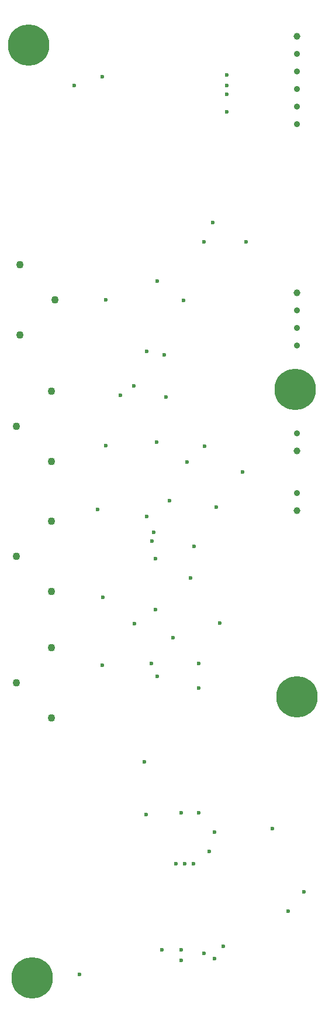
<source format=gbr>
G04 Generated by Ultiboard 14.1 *
%FSLAX34Y34*%
%MOMM*%

%ADD10C,0.0001*%
%ADD11C,0.6000*%
%ADD12C,0.9949*%
%ADD13C,0.8890*%
%ADD14C,1.1006*%
%ADD15C,6.0000*%


G04 ColorRGB 000000 for the following layer *
%LNDrill-Copper Top-Copper Bottom*%
%LPD*%
G54D11*
X386080Y-243840D03*
X386080Y-228600D03*
X419100Y-233680D03*
X434340Y-241300D03*
X518160Y-53340D03*
X335280Y-33020D03*
X386080Y-30480D03*
X332740Y43180D03*
X351555Y166605D03*
X271780Y182880D03*
X342900Y185420D03*
X374415Y222485D03*
X318535Y242805D03*
X349015Y263125D03*
X272815Y280905D03*
X399815Y308845D03*
X349015Y336785D03*
X404895Y354565D03*
X343935Y362185D03*
X346475Y374885D03*
X265195Y407905D03*
X336315Y397745D03*
X436880Y411480D03*
X369335Y420605D03*
X394735Y476485D03*
X474980Y462280D03*
X276860Y500380D03*
X350520Y505460D03*
X420135Y499345D03*
X298215Y573005D03*
X364255Y570465D03*
X317500Y586740D03*
X336315Y636505D03*
X361715Y631425D03*
X276860Y711200D03*
X389655Y710165D03*
X351555Y738105D03*
X441960Y243840D03*
X411480Y149860D03*
X411480Y185420D03*
X419100Y795020D03*
X480060Y795020D03*
X238760Y-264160D03*
X563880Y-144780D03*
X452120Y982980D03*
X231140Y1021080D03*
X452120Y1021080D03*
X452120Y1008380D03*
X271780Y1033780D03*
X452120Y1036320D03*
X411480Y-30480D03*
X358140Y-228600D03*
X447040Y-223520D03*
X541020Y-172720D03*
X378460Y-104140D03*
X391160Y-104140D03*
X403860Y-104140D03*
X431800Y822960D03*
X426720Y-86360D03*
X434340Y-58420D03*
G54D12*
X553720Y406400D03*
X553720Y492760D03*
X553720Y721360D03*
X553720Y1092200D03*
G54D13*
X553720Y431800D03*
X553720Y518160D03*
X553720Y670560D03*
X553720Y695960D03*
X553720Y645160D03*
X553720Y1066800D03*
X553720Y1041400D03*
X553720Y990600D03*
X553720Y1016000D03*
X553720Y965200D03*
G54D14*
X203200Y711200D03*
X152400Y762000D03*
X152400Y660400D03*
X147320Y528320D03*
X198120Y477520D03*
X198120Y579120D03*
X147320Y340360D03*
X198120Y289560D03*
X198120Y391160D03*
X147320Y157480D03*
X198120Y106680D03*
X198120Y208280D03*
G54D15*
X165100Y1079500D03*
X170180Y-269240D03*
X551180Y581660D03*
X553720Y137160D03*

M02*

</source>
